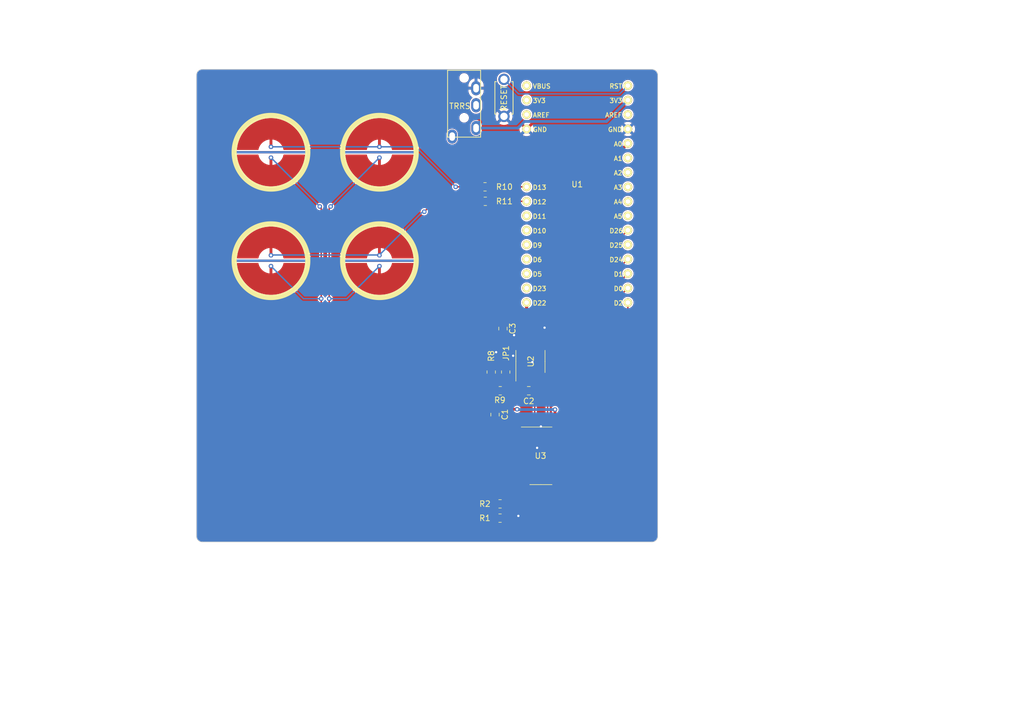
<source format=kicad_pcb>
(kicad_pcb (version 20221018) (generator pcbnew)
  (layers (0 "F.Cu" signal) (31 "B.Cu" signal) (34 "B.Paste" user) (35 "F.Paste" user) (36 "B.SilkS" user "B.Silkscreen") (37 "F.SilkS" user "F.Silkscreen") (38 "B.Mask" user) (39 "F.Mask" user) (44 "Edge.Cuts" user))
  (net 0 "")
  (net 1 "POWER")
  (net 2 "GND")
  (net 3 "DISCHARGE")
  (net 5 "+3.3V")
  (net 7 "ADC")
  (net 8 "Net-(JP1-B)")
  (net 9 "COL0")
  (net 10 "COL1")
  (net 14 "RESET")
  (net 15 "ROW0")
  (net 16 "ROW1")
  (net 18 "SEL0")
  (net 19 "SEL1")
  (net 20 "SEL2")
  (net 21 "EN")
  (net 22 "RAW")
  (net 27 "Net-(R10-Pad2)")
  (net 28 "Net-(R11-Pad2)")
  (footprint "0_tako:ecs_pad_1U_no_ring_90deg" (layer "F.Cu") (at 65.77 57.15 180)
    (fp_text reference "SW10")
    (fp_text value "EC_SW" hide)
  )
  (footprint "Package_SO:SOIC-16_3.9x9.9mm_P1.27mm" (layer "F.Cu") (at 113.183687 91.423687)
    (fp_text reference "U3")
    (fp_text value "74HC4051")
  )
  (footprint "0_tako:ecs_pad_1U_no_ring_90deg" (layer "F.Cu") (at 65.77 38.1 180)
    (fp_text reference "SW00")
    (fp_text value "EC_SW" hide)
  )
  (footprint "Capacitor_SMD:C_0805_2012Metric_Pad1.18x1.45mm_HandSolder" (layer "F.Cu") (at 106.517687 69.071687 -90)
    (fp_text reference "C3")
    (fp_text value "100n")
  )
  (footprint "Resistor_SMD:R_0805_2012Metric_Pad1.20x1.40mm_HandSolder" (layer "F.Cu") (at 106.008687 102.363687)
    (fp_text reference "R1")
    (fp_text value "100k")
  )
  (footprint "Resistor_SMD:R_0805_2012Metric_Pad1.20x1.40mm_HandSolder" (layer "F.Cu") (at 103.367812 44.179687 180)
    (fp_text reference "R10")
    (fp_text value "100" hide)
  )
  (footprint "0_tako:ecs_pad_1U_no_ring_90deg" (layer "F.Cu") (at 84.82 57.15 180)
    (fp_text reference "SW11")
    (fp_text value "EC_SW" hide)
  )
  (footprint "0_kbd:ResetSW_1side" (layer "F.Cu") (at 106.695 28.55 90)
    (fp_text reference "RESET1" hide)
    (fp_text value "SW_PUSH")
  )
  (footprint "Resistor_SMD:R_0805_2012Metric_Pad1.20x1.40mm_HandSolder" (layer "F.Cu") (at 103.415312 46.719687 180)
    (fp_text reference "R11")
    (fp_text value "100" hide)
  )
  (footprint "0_ae_nrf52840:ae_nrf52840" (layer "F.Cu") (at 119.560312 45.515687)
    (fp_text reference "U1")
    (fp_text value "~")
  )
  (footprint "Resistor_SMD:R_0805_2012Metric_Pad1.20x1.40mm_HandSolder" (layer "F.Cu") (at 106.995437 76.704687 -90)
    (fp_text reference "JP1")
    (fp_text value "Jumper_2_Open")
  )
  (footprint "Capacitor_SMD:C_0805_2012Metric_Pad1.18x1.45mm_HandSolder" (layer "F.Cu") (at 111.052187 79.990687)
    (fp_text reference "C2")
    (fp_text value "220p")
  )
  (footprint "Resistor_SMD:R_0805_2012Metric_Pad1.20x1.40mm_HandSolder" (layer "F.Cu") (at 106.042937 79.990687 180)
    (fp_text reference "R9")
    (fp_text value "1k")
  )
  (footprint "0_kbd:MJ-4PP-9_1side" (layer "F.Cu") (at 99.695 23.55)
    (fp_text reference "J1")
    (fp_text value "MJ-4PP-9" hide)
  )
  (footprint "Resistor_SMD:R_0805_2012Metric_Pad1.20x1.40mm_HandSolder" (layer "F.Cu") (at 106.008687 99.863687)
    (fp_text reference "R2")
    (fp_text value "100k")
  )
  (footprint "Resistor_SMD:R_0805_2012Metric_Pad1.20x1.40mm_HandSolder" (layer "F.Cu") (at 104.455437 76.704687 90)
    (fp_text reference "R8")
    (fp_text value "100k")
  )
  (footprint "0_tako:ecs_pad_1U_no_ring_90deg" (layer "F.Cu") (at 84.82 38.1 180)
    (fp_text reference "SW01")
    (fp_text value "EC_SW" hide)
  )
  (footprint "Package_SO:SOIC-8_3.9x4.9mm_P1.27mm" (layer "F.Cu") (at 111.343687 74.848687 90)
    (fp_text reference "U2")
    (fp_text value "OPA350")
  )
  (footprint "Capacitor_SMD:C_0805_2012Metric_Pad1.18x1.45mm_HandSolder" (layer "F.Cu") (at 105.120687 84.184687 -90)
    (fp_text reference "C1")
    (fp_text value "100n" hide)
  )
  (gr_arc (start 53.695 106.55) (mid 52.987893 106.257107) (end 52.695 105.55) (stroke (width 0.1)) (layer "Edge.Cuts"))
  (gr_line (start 52.695 24.55) (end 52.695 105.55) (stroke (width 0.1)) (layer "Edge.Cuts"))
  (gr_arc (start 132.695 23.55) (mid 133.402107 23.842893) (end 133.695 24.55) (stroke (width 0.1)) (layer "Edge.Cuts"))
  (gr_arc (start 52.695 24.55) (mid 52.987893 23.842893) (end 53.695 23.55) (stroke (width 0.1)) (layer "Edge.Cuts"))
  (gr_line (start 133.695 105.55) (end 133.695 24.55) (stroke (width 0.1)) (layer "Edge.Cuts"))
  (gr_line (start 53.695 106.55) (end 132.695 106.55) (stroke (width 0.1)) (layer "Edge.Cuts"))
  (gr_arc (start 133.695 105.55) (mid 133.402107 106.257107) (end 132.695 106.55) (stroke (width 0.1)) (layer "Edge.Cuts"))
  (gr_line (start 132.695 23.55) (end 53.695 23.55) (stroke (width 0.1)) (layer "Edge.Cuts"))
  (segment (start 105.218187 83.244687) (end 105.120687 83.147187) (width 0.5) (layer "F.Cu") (net 1))
  (segment (start 115.658687 86.978687) (end 115.658687 83.295687) (width 0.5) (layer "F.Cu") (net 1))
  (segment (start 110.675312 64.499687) (end 110.675312 72.340312) (width 0.5) (layer "F.Cu") (net 1))
  (segment (start 110.675312 65.951562) (end 110.675312 64.499687) (width 0.5) (layer "F.Cu") (net 1))
  (segment (start 110.675312 72.340312) (end 110.708687 72.373687) (width 0.5) (layer "F.Cu") (net 1))
  (segment (start 102.834687 73.792187) (end 102.834687 80.861187) (width 0.5) (layer "F.Cu") (net 1))
  (segment (start 110.708687 64.533062) (end 110.675312 64.499687) (width 0.5) (layer "F.Cu") (net 1))
  (segment (start 106.517687 70.109187) (end 110.675312 65.951562) (width 0.5) (layer "F.Cu") (net 1))
  (segment (start 109.005312 83.244687) (end 105.218187 83.244687) (width 0.5) (layer "F.Cu") (net 1))
  (segment (start 106.517687 70.109187) (end 102.834687 73.792187) (width 0.5) (layer "F.Cu") (net 1))
  (segment (start 105.120687 83.147187) (end 102.834687 80.861187) (width 0.5) (layer "F.Cu") (net 1))
  (via (at 115.658687 83.295687) (size 0.8) (drill 0.4) (layers "F.Cu" "B.Cu") (net 1))
  (via (at 109.005312 83.244687) (size 0.8) (drill 0.4) (layers "F.Cu" "B.Cu") (net 1))
  (segment (start 109.056312 83.295687) (end 109.005312 83.244687) (width 0.5) (layer "B.Cu") (net 1))
  (segment (start 115.658687 83.295687) (end 110.835687 83.295687) (width 0.5) (layer "B.Cu") (net 1))
  (segment (start 110.835687 83.295687) (end 109.056312 83.295687) (width 0.5) (layer "B.Cu") (net 1))
  (segment (start 110.877133 86.978687) (end 111.395307 86.978687) (width 0.25) (layer "F.Cu") (net 2))
  (segment (start 110.153687 92.058687) (end 110.708687 92.058687) (width 0.25) (layer "F.Cu") (net 2))
  (segment (start 114.683687 89.518687) (end 115.658687 89.518687) (width 0.25) (layer "F.Cu") (net 2))
  (via (at 113.185312 86.264687) (size 0.8) (drill 0.4) (layers "F.Cu" "B.Cu") (net 2))
  (via (at 111.685312 74.944687) (size 0.8) (drill 0.4) (layers "F.Cu" "B.Cu") (net 2))
  (via (at 105.315312 73.214687) (size 0.8) (drill 0.4) (layers "F.Cu" "B.Cu") (net 2))
  (via (at 113.825312 68.914687) (size 0.8) (drill 0.4) (layers "F.Cu" "B.Cu") (net 2))
  (via (at 112.515312 90.024687) (size 0.8) (drill 0.4) (layers "F.Cu" "B.Cu") (net 2))
  (via (at 108.305312 73.844687) (size 0.8) (drill 0.4) (layers "F.Cu" "B.Cu") (net 2))
  (via (at 109.22 101.975) (size 0.8) (drill 0.4) (layers "F.Cu" "B.Cu") (net 2))
  (via (at 108.465312 70.224687) (size 0.8) (drill 0.4) (layers "F.Cu" "B.Cu") (net 2))
  (segment (start 111.978687 77.323687) (end 111.978687 76.061312) (width 0.25) (layer "F.Cu") (net 3))
  (segment (start 112.089687 88.373017) (end 110.944017 89.518687) (width 0.25) (layer "F.Cu") (net 3))
  (segment (start 112.089687 79.990687) (end 112.089687 88.373017) (width 0.25) (layer "F.Cu") (net 3))
  (segment (start 115.395312 72.644687) (end 115.395312 64.859687) (width 0.25) (layer "F.Cu") (net 3))
  (segment (start 112.089687 79.990687) (end 111.694687 80.385687) (width 0.25) (layer "F.Cu") (net 3))
  (segment (start 111.978687 77.323687) (end 111.978687 79.990687) (width 0.25) (layer "F.Cu") (net 3))
  (segment (start 115.395312 64.859687) (end 128.455312 51.799687) (width 0.25) (layer "F.Cu") (net 3))
  (segment (start 111.978687 76.061312) (end 115.395312 72.644687) (width 0.25) (layer "F.Cu") (net 3))
  (segment (start 110.944017 89.518687) (end 110.708687 89.518687) (width 0.25) (layer "F.Cu") (net 3))
  (segment (start 124.703311 32.691687) (end 124.894999 32.499999) (width 0.5) (layer "B.Cu") (net 5))
  (segment (start 101.795 33.35) (end 102.337313 32.807687) (width 0.5) (layer "B.Cu") (net 5))
  (segment (start 101.795 33.85) (end 109.137747 33.85) (width 0.5) (layer "B.Cu") (net 5))
  (segment (start 110.29606 32.691687) (end 124.703311 32.691687) (width 0.5) (layer "B.Cu") (net 5))
  (segment (start 109.137747 33.85) (end 110.29606 32.691687) (width 0.5) (layer "B.Cu") (net 5))
  (segment (start 124.894999 32.499999) (end 128.455312 28.939687) (width 0.5) (layer "B.Cu") (net 5))
  (segment (start 121.220062 43.794937) (end 128.455312 36.559687) (width 0.5) (layer "F.Cu") (net 7))
  (segment (start 121.220062 50.819937) (end 121.220062 43.794937) (width 0.5) (layer "F.Cu") (net 7))
  (segment (start 106.995437 75.704687) (end 104.455437 75.704687) (width 0.5) (layer "F.Cu") (net 7))
  (segment (start 111.978687 72.927215) (end 111.978687 72.373687) (width 0.5) (layer "F.Cu") (net 7))
  (segment (start 106.995437 75.704687) (end 109.201215 75.704687) (width 0.5) (layer "F.Cu") (net 7))
  (segment (start 111.978687 72.373687) (end 111.978687 60.061312) (width 0.5) (layer "F.Cu") (net 7))
  (segment (start 111.978687 60.061312) (end 121.220062 50.819937) (width 0.5) (layer "F.Cu") (net 7))
  (segment (start 109.201215 75.704687) (end 111.978687 72.927215) (width 0.5) (layer "F.Cu") (net 7))
  (segment (start 110.383687 78.623687) (end 107.914437 78.623687) (width 0.25) (layer "F.Cu") (net 8))
  (segment (start 106.995437 79.959187) (end 107.042937 80.006687) (width 0.25) (layer "F.Cu") (net 8))
  (segment (start 107.914437 78.623687) (end 106.995437 77.704687) (width 0.25) (layer "F.Cu") (net 8))
  (segment (start 106.995437 77.704687) (end 104.455437 77.704687) (width 0.25) (layer "F.Cu") (net 8))
  (segment (start 106.995437 77.704687) (end 106.995437 79.959187) (width 0.25) (layer "F.Cu") (net 8))
  (segment (start 110.708687 78.298687) (end 110.383687 78.623687) (width 0.25) (layer "F.Cu") (net 8))
  (segment (start 110.708687 77.323687) (end 110.708687 78.298687) (width 0.25) (layer "F.Cu") (net 8))
  (segment (start 114.458687 92.283687) (end 114.683687 92.058687) (width 0.25) (layer "F.Cu") (net 9))
  (segment (start 114.683687 92.058687) (end 115.658687 92.058687) (width 0.25) (layer "F.Cu") (net 9))
  (segment (start 114.458687 99.023687) (end 114.458687 92.283687) (width 0.25) (layer "F.Cu") (net 9))
  (segment (start 105.008687 102.363687) (end 103.853712 102.363687) (width 0.25) (layer "F.Cu") (net 9))
  (segment (start 103.853712 102.363687) (end 74.595 73.104975) (width 0.25) (layer "F.Cu") (net 9))
  (segment (start 74.595 47.8775) (end 74.595 63.8175) (width 0.25) (layer "F.Cu") (net 9))
  (segment (start 105.008687 102.363687) (end 106.033687 103.388687) (width 0.25) (layer "F.Cu") (net 9))
  (segment (start 74.595 73.104975) (end 74.595 63.8175) (width 0.25) (layer "F.Cu") (net 9))
  (segment (start 110.093687 103.388687) (end 114.458687 99.023687) (width 0.25) (layer "F.Cu") (net 9))
  (segment (start 74.3425 47.625) (end 74.595 47.8775) (width 0.25) (layer "F.Cu") (net 9))
  (segment (start 106.033687 103.388687) (end 110.093687 103.388687) (width 0.25) (layer "F.Cu") (net 9))
  (via (at 74.595 63.8175) (size 0.8) (drill 0.4) (layers "F.Cu" "B.Cu") (net 9))
  (via (at 65.77 58.1025) (size 0.8) (drill 0.4) (layers "F.Cu" "B.Cu") (net 9))
  (via (at 74.3425 47.625) (size 0.8) (drill 0.4) (layers "F.Cu" "B.Cu") (net 9))
  (via (at 65.77 39.0525) (size 0.8) (drill 0.4) (layers "F.Cu" "B.Cu") (net 9))
  (segment (start 71.485 63.8175) (end 74.595 63.8175) (width 0.25) (layer "B.Cu") (net 9))
  (segment (start 65.77 39.0525) (end 74.3425 47.625) (width 0.25) (layer "B.Cu") (net 9))
  (segment (start 65.77 58.1025) (end 71.485 63.8175) (width 0.25) (layer "B.Cu") (net 9))
  (segment (start 112.098713 100.888687) (end 114.108687 98.878713) (width 0.25) (layer "F.Cu") (net 10))
  (segment (start 75.995 74.01) (end 101.848687 99.863687) (width 0.25) (layer "F.Cu") (net 10))
  (segment (start 105.008687 99.863687) (end 106.033687 100.888687) (width 0.25) (layer "F.Cu") (net 10))
  (segment (start 75.995 63.8175) (end 75.995 74.01) (width 0.25) (layer "F.Cu") (net 10))
  (segment (start 75.995 47.8775) (end 76.2475 47.625) (width 0.25) (layer "F.Cu") (net 10))
  (segment (start 101.848687 99.863687) (end 105.008687 99.863687) (width 0.25) (layer "F.Cu") (net 10))
  (segment (start 106.033687 100.888687) (end 112.098713 100.888687) (width 0.25) (layer "F.Cu") (net 10))
  (segment (start 75.995 63.8175) (end 75.995 47.8775) (width 0.25) (layer "F.Cu") (net 10))
  (segment (start 114.108687 91.363687) (end 114.683687 90.788687) (width 0.25) (layer "F.Cu") (net 10))
  (segment (start 114.108687 98.878713) (end 114.108687 91.363687) (width 0.25) (layer "F.Cu") (net 10))
  (segment (start 114.683687 90.788687) (end 115.658687 90.788687) (width 0.25) (layer "F.Cu") (net 10))
  (via (at 84.82 39.0525) (size 0.8) (drill 0.4) (layers "F.Cu" "B.Cu") (net 10))
  (via (at 76.2475 47.625) (size 0.8) (drill 0.4) (layers "F.Cu" "B.Cu") (net 10))
  (via (at 84.82 58.1025) (size 0.8) (drill 0.4) (layers "F.Cu" "B.Cu") (net 10))
  (via (at 75.995 63.8175) (size 0.8) (drill 0.4) (layers "F.Cu" "B.Cu") (net 10))
  (segment (start 79.105 63.8175) (end 75.995 63.8175) (width 0.25) (layer "B.Cu") (net 10))
  (segment (start 84.82 58.1025) (end 79.105 63.8175) (width 0.25) (layer "B.Cu") (net 10))
  (segment (start 76.2475 47.625) (end 84.82 39.0525) (width 0.25) (layer "B.Cu") (net 10))
  (segment (start 106.695 25.3) (end 109.247687 27.852687) (width 0.25) (layer "B.Cu") (net 14))
  (segment (start 109.247687 27.852687) (end 127.002312 27.852687) (width 0.25) (layer "B.Cu") (net 14))
  (segment (start 127.002312 27.852687) (end 128.455312 26.399687) (width 0.25) (layer "B.Cu") (net 14))
  (segment (start 104.367812 44.179687) (end 110.675312 44.179687) (width 0.25) (layer "F.Cu") (net 15))
  (segment (start 104.415312 46.719687) (end 110.675312 46.719687) (width 0.25) (layer "F.Cu") (net 16))
  (segment (start 125.991446 86.435928) (end 119.098687 93.328687) (width 0.25) (layer "F.Cu") (net 18))
  (segment (start 125.991446 61.883553) (end 125.991446 86.435928) (width 0.25) (layer "F.Cu") (net 18))
  (segment (start 128.455312 59.419687) (end 125.991446 61.883553) (width 0.25) (layer "F.Cu") (net 18))
  (segment (start 119.098687 93.328687) (end 115.658687 93.328687) (width 0.25) (layer "F.Cu") (net 18))
  (segment (start 126.964687 86.432687) (end 118.798687 94.598687) (width 0.25) (layer "F.Cu") (net 19))
  (segment (start 126.964687 63.450312) (end 126.964687 86.432687) (width 0.25) (layer "F.Cu") (net 19))
  (segment (start 128.455312 61.959687) (end 126.964687 63.450312) (width 0.25) (layer "F.Cu") (net 19))
  (segment (start 118.798687 94.598687) (end 115.658687 94.598687) (width 0.25) (layer "F.Cu") (net 19))
  (segment (start 128.455312 86.436529) (end 119.023154 95.868687) (width 0.25) (layer "F.Cu") (net 20))
  (segment (start 119.023154 95.868687) (end 118.836687 95.868687) (width 0.25) (layer "F.Cu") (net 20))
  (segment (start 128.455312 64.499687) (end 128.455312 86.436529) (width 0.25) (layer "F.Cu") (net 20))
  (segment (start 115.658687 95.868687) (end 118.836687 95.868687) (width 0.25) (layer "F.Cu") (net 20))
  (segment (start 114.358687 80.026687) (end 118.074687 76.310687) (width 0.25) (layer "F.Cu") (net 21))
  (segment (start 118.074687 76.310687) (end 118.074687 67.260312) (width 0.25) (layer "F.Cu") (net 21))
  (segment (start 112.606312 92.413687) (end 113.408687 91.611312) (width 0.25) (layer "F.Cu") (net 21))
  (segment (start 113.616499 88.595874) (end 114.358687 87.853687) (width 0.25) (layer "F.Cu") (net 21))
  (segment (start 110.708687 93.328687) (end 111.683687 93.328687) (width 0.25) (layer "F.Cu") (net 21))
  (segment (start 112.598687 92.413687) (end 112.606312 92.413687) (width 0.25) (layer "F.Cu") (net 21))
  (segment (start 114.358687 87.853687) (end 114.358687 80.026687) (width 0.25) (layer "F.Cu") (net 21))
  (segment (start 113.408687 91.611312) (end 113.408687 88.803686) (width 0.25) (layer "F.Cu") (net 21))
  (segment (start 113.408687 88.803686) (end 113.616499 88.595874) (width 0.25) (layer "F.Cu") (net 21))
  (segment (start 111.683687 93.328687) (end 112.598687 92.413687) (width 0.25) (layer "F.Cu") (net 21))
  (segment (start 118.074687 67.260312) (end 128.455312 56.879687) (width 0.25) (layer "F.Cu") (net 21))
  (segment (start 98.217062 44.179687) (end 102.367812 44.179687) (width 0.25) (layer "F.Cu") (net 27))
  (via (at 65.77 37.1475) (size 0.8) (drill 0.4) (layers "F.Cu" "B.Cu") (net 27))
  (via (at 98.217062 44.179687) (size 0.8) (drill 0.4) (layers "F.Cu" "B.Cu") (net 27))
  (via (at 84.82 37.1475) (size 0.8) (drill 0.4) (layers "F.Cu" "B.Cu") (net 27))
  (segment (start 91.184875 37.1475) (end 98.217062 44.179687) (width 0.25) (layer "B.Cu") (net 27))
  (segment (start 65.77 37.1475) (end 84.82 37.1475) (width 0.25) (layer "B.Cu") (net 27))
  (segment (start 84.82 37.1475) (end 91.184875 37.1475) (width 0.25) (layer "B.Cu") (net 27))
  (segment (start 94.525313 46.719687) (end 102.415312 46.719687) (width 0.25) (layer "F.Cu") (net 28))
  (segment (start 99.487062 46.719687) (end 102.415312 46.719687) (width 0.25) (layer "F.Cu") (net 28))
  (segment (start 92.695 48.55) (end 94.525313 46.719687) (width 0.25) (layer "F.Cu") (net 28))
  (via (at 92.695 48.55) (size 0.8) (drill 0.4) (layers "F.Cu" "B.Cu") (net 28))
  (via (at 84.82 56.1975) (size 0.8) (drill 0.4) (layers "F.Cu" "B.Cu") (net 28))
  (via (at 65.77 56.1975) (size 0.8) (drill 0.4) (layers "F.Cu" "B.Cu") (net 28))
  (segment (start 92.44 48.525) (end 92.67 48.525) (width 0.25) (layer "B.Cu") (net 28))
  (segment (start 65.77 56.145) (end 84.82 56.145) (width 0.25) (layer "B.Cu") (net 28))
  (segment (start 84.82 56.145) (end 92.44 48.525) (width 0.25) (layer "B.Cu") (net 28))
  (segment (start 92.67 48.525) (end 92.695 48.55) (width 0.25) (layer "B.Cu") (net 28))
  (zone (net 2) (net_name "GND") (layer "F.Cu") (connect_pads (clearance 0.25)) (min_thickness 0.25) (fill yes (thermal_gap 0.5) (thermal_bridge_width 0.5))
    (polygon (pts (xy 24.695 21.25) (xy 24.695 135.55) (xy 198.05 135.55) (xy 198.05 21.25)))
  )
  (zone (net 2) (net_name "GND") (layer "B.Cu") (connect_pads (clearance 0.25)) (min_thickness 0.25) (fill yes (thermal_gap 0.5) (thermal_bridge_width 0.5))
    (polygon (pts (xy 191.531625 11.36) (xy 191.531625 125.66) (xy 18.176625 125.66) (xy 18.176625 11.36)))
  )
)
</source>
